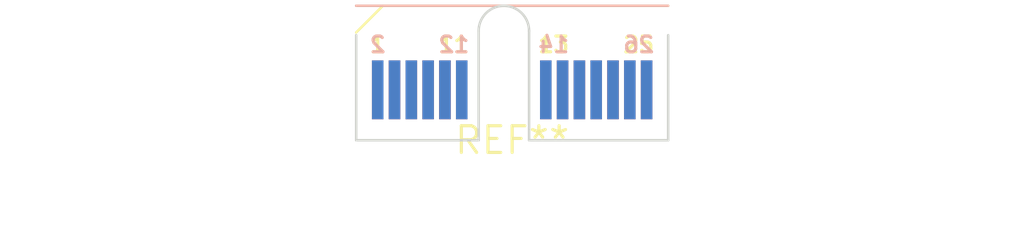
<source format=kicad_pcb>
(kicad_pcb (version 20240108) (generator pcbnew)
  (layers (0 "F.Cu" signal) (31 "B.Cu" signal) (34 "B.Paste" user) (35 "F.Paste" user) (36 "B.SilkS" user "B.Silkscreen") (37 "F.SilkS" user "F.Silkscreen") (38 "B.Mask" user) (39 "F.Mask" user) (44 "Edge.Cuts" user))
  (net 0 "")
  (footprint "Samtec_HSEC8-113-X-X-DV_2x13_P0.8mm_Edge" (layer "F.Cu") (at 0 0)
    (property "Reference" "REF**")
    (property "Value" "Samtec_HSEC8-113-X-X-DV_2x13_P0.8mm_Edge")
    (fp_line (start -7.425 -6.4) (end -7.425 -6.4) (layer "B.SilkS") (stroke (width 0.12)))
    (fp_line (start -7.425 -6.4) (end 7.425 -6.4) (layer "B.SilkS") (stroke (width 0.12)))
    (fp_line (start -7.425 -5.13) (end -6.155 -6.4) (layer "F.SilkS") (stroke (width 0.12)))
    (fp_line (start -6.155 -6.4) (end 7.425 -6.4) (layer "F.SilkS") (stroke (width 0.12)))
    (fp_line (start -7.425 -5) (end -7.425 0) (layer "Edge.Cuts") (stroke (width 0.12)))
    (fp_line (start -7.425 0) (end -1.595 0) (layer "Edge.Cuts") (stroke (width 0.12)))
    (fp_line (start -1.595 0) (end -1.595 -5.2) (layer "Edge.Cuts") (stroke (width 0.12)))
    (fp_line (start 0.805 -5.2) (end 0.805 0) (layer "Edge.Cuts") (stroke (width 0.12)))
    (fp_line (start 0.805 0) (end 7.425 0) (layer "Edge.Cuts") (stroke (width 0.12)))
    (fp_line (start 7.425 0) (end 7.425 -5) (layer "Edge.Cuts") (stroke (width 0.12)))
    (fp_arc (start -1.595 -5.2) (mid -0.395 -6.4) (end 0.805 -5.2) (layer "Edge.Cuts") (stroke (width 0.12)))
    (fp_text user "26" (at 6.025 -4.55 0) (layer "B.SilkS") (effects (font (size 0.75 0.75)) (justify mirror)))
    (fp_text user "14" (at 1.975 -4.55 0) (layer "B.SilkS") (effects (font (size 0.75 0.75)) (justify mirror)))
    (fp_text user "12" (at -2.775 -4.55 0) (layer "B.SilkS") (effects (font (size 0.75 0.75)) (justify mirror)))
    (fp_text user "2" (at -6.4 -4.55 0) (layer "B.SilkS") (effects (font (size 0.75 0.75)) (justify mirror)))
    (fp_text user "1" (at -6.4 -4.55 0) (layer "F.SilkS") (effects (font (size 0.75 0.75))))
    (fp_text user "11" (at -2.775 -4.55 0) (layer "F.SilkS") (effects (font (size 0.75 0.75))))
    (fp_text user "25" (at 6.025 -4.55 0) (layer "F.SilkS") (effects (font (size 0.75 0.75))))
    (fp_text user "13" (at 1.975 -4.55 0) (layer "F.SilkS") (effects (font (size 0.75 0.75))))
    (pad "1" connect rect (at -6.4 -2.4) (size 0.55 2.8) (layers "F.Cu" "F.Mask"))
    (pad "2" connect rect (at -6.4 -2.4) (size 0.55 2.8) (layers "B.Cu" "B.Mask"))
    (pad "3" connect rect (at -5.6 -2.4) (size 0.55 2.8) (layers "F.Cu" "F.Mask"))
    (pad "4" connect rect (at -5.6 -2.4) (size 0.55 2.8) (layers "B.Cu" "B.Mask"))
    (pad "5" connect rect (at -4.8 -2.4) (size 0.55 2.8) (layers "F.Cu" "F.Mask"))
    (pad "6" connect rect (at -4.8 -2.4) (size 0.55 2.8) (layers "B.Cu" "B.Mask"))
    (pad "7" connect rect (at -4 -2.4) (size 0.55 2.8) (layers "F.Cu" "F.Mask"))
    (pad "8" connect rect (at -4 -2.4) (size 0.55 2.8) (layers "B.Cu" "B.Mask"))
    (pad "9" connect rect (at -3.2 -2.4) (size 0.55 2.8) (layers "F.Cu" "F.Mask"))
    (pad "10" connect rect (at -3.2 -2.4) (size 0.55 2.8) (layers "B.Cu" "B.Mask"))
    (pad "11" connect rect (at -2.4 -2.4) (size 0.55 2.8) (layers "F.Cu" "F.Mask"))
    (pad "12" connect rect (at -2.4 -2.4) (size 0.55 2.8) (layers "B.Cu" "B.Mask"))
    (pad "13" connect rect (at 1.6 -2.4) (size 0.55 2.8) (layers "F.Cu" "F.Mask"))
    (pad "14" connect rect (at 1.6 -2.4) (size 0.55 2.8) (layers "B.Cu" "B.Mask"))
    (pad "15" connect rect (at 2.4 -2.4) (size 0.55 2.8) (layers "F.Cu" "F.Mask"))
    (pad "16" connect rect (at 2.4 -2.4) (size 0.55 2.8) (layers "B.Cu" "B.Mask"))
    (pad "17" connect rect (at 3.2 -2.4) (size 0.55 2.8) (layers "F.Cu" "F.Mask"))
    (pad "18" connect rect (at 3.2 -2.4) (size 0.55 2.8) (layers "B.Cu" "B.Mask"))
    (pad "19" connect rect (at 4 -2.4) (size 0.55 2.8) (layers "F.Cu" "F.Mask"))
    (pad "20" connect rect (at 4 -2.4) (size 0.55 2.8) (layers "B.Cu" "B.Mask"))
    (pad "21" connect rect (at 4.8 -2.4) (size 0.55 2.8) (layers "F.Cu" "F.Mask"))
    (pad "22" connect rect (at 4.8 -2.4) (size 0.55 2.8) (layers "B.Cu" "B.Mask"))
    (pad "23" connect rect (at 5.6 -2.4) (size 0.55 2.8) (layers "F.Cu" "F.Mask"))
    (pad "24" connect rect (at 5.6 -2.4) (size 0.55 2.8) (layers "B.Cu" "B.Mask"))
    (pad "25" connect rect (at 6.4 -2.4) (size 0.55 2.8) (layers "F.Cu" "F.Mask"))
    (pad "26" connect rect (at 6.4 -2.4) (size 0.55 2.8) (layers "B.Cu" "B.Mask"))
  )
)
</source>
